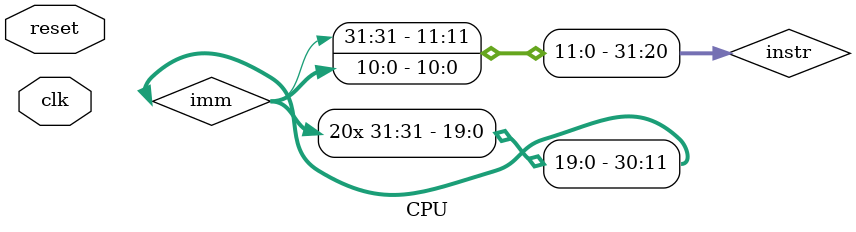
<source format=v>
module CPU (
    input wire clk,
    input wire reset
);

    wire [31:0] pc;
    wire [31:0] instr;
    wire [31:0] rd1;
    wire [31:0] rd2;
    wire [31:0] imm;
    wire [31:0] alu_result;
    wire [31:0] mem_rd;
    wire [31:0] wd;
    wire zero;
    wire branch;
    wire memwrite;
    wire regwrite;
    wire alusrc;
    wire memtoreg;
    wire [1:0] aluop;
    wire [3:0] alucontrol;

    // Instantiate components
    ProgramCounter PC (
        .clk(clk),
        .reset(reset),
        .pc(pc)
    );

    InstructionMemory IM (
        .a(pc),
        .rd(instr)
    );

    RegisterFile RF (
        .clk(clk),
        .we(regwrite),
        .rs1(instr[19:15]),
        .rs2(instr[24:20]),
        .rd(instr[11:7]),
        .wd(wd),
        .rd1(rd1),
        .rd2(rd2)
    );

    ALUControl ALUC (
        .aluop(aluop),
        .funct7(instr[31:25]),
        .funct3(instr[14:12]),
        .alucontrol(alucontrol)
    );

    ALU ALU (
        .A(rd1),
        .B(alusrc ? imm : rd2),
        .ALUControl(alucontrol),
        .Result(alu_result),
        .Zero(zero)
    );

    DataMemory DM (
        .clk(clk),
        .we(memwrite),
        .addr(alu_result),
        .wd(rd2),
        .rd(mem_rd)
    );

    ControlUnit CU (
        .opcode(instr[6:0]),
        .ALUOp(aluop),
        .MemWrite(memwrite),
        .RegWrite(regwrite),
        .ALUSrc(alusrc),
        .MemToReg(memtoreg),
        .Branch(branch)
    );

    // Sign extend immediate
    assign imm = {{20{instr[31]}}, instr[31:20]};

    // Write data to register file
    assign wd = memtoreg ? mem_rd : alu_result;

endmodule

</source>
